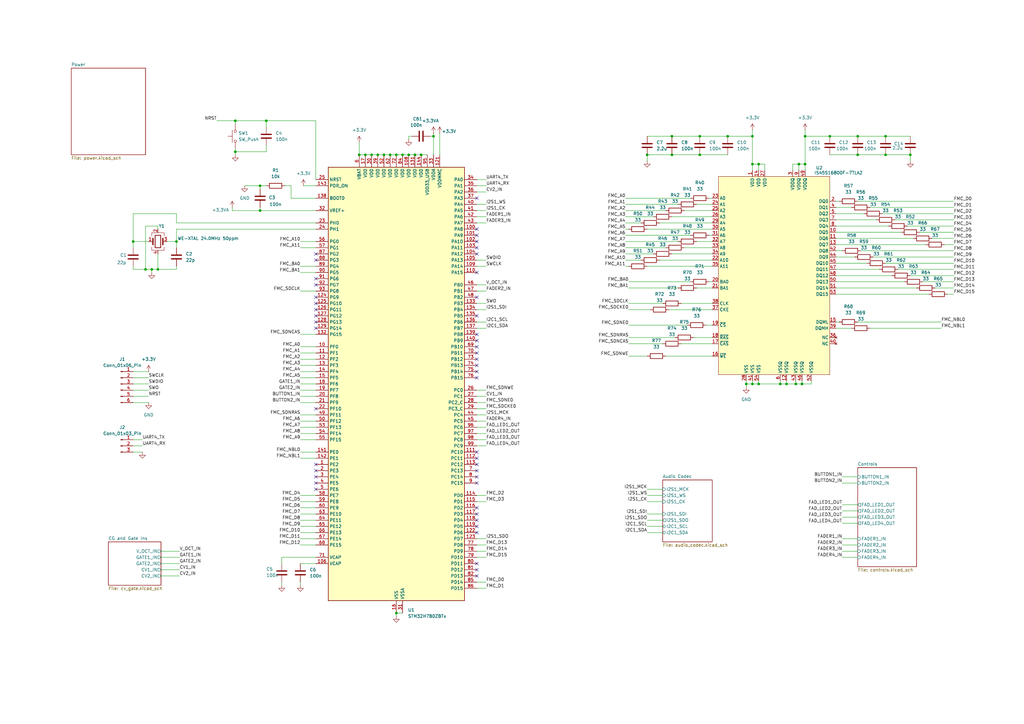
<source format=kicad_sch>
(kicad_sch (version 20231120) (generator "eeschema") (generator_version "8.0")
  (paper "A3")
  (junction (at 330.2 55.88))
  (junction (at 162.56 63.5))
  (junction (at 326.39 157.48))
  (junction (at 165.1 63.5))
  (junction (at 275.59 55.88))
  (junction (at 351.79 55.88))
  (junction (at 351.79 63.5))
  (junction (at 327.66 67.31))
  (junction (at 59.69 110.49))
  (junction (at 167.64 63.5))
  (junction (at 160.02 63.5))
  (junction (at 308.61 157.48))
  (junction (at 177.8 55.88))
  (junction (at 363.22 55.88))
  (junction (at 363.22 63.5))
  (junction (at 96.52 62.23))
  (junction (at 106.68 86.36))
  (junction (at 330.2 67.31))
  (junction (at 62.23 110.49))
  (junction (at 287.02 63.5))
  (junction (at 308.61 67.31))
  (junction (at 311.15 67.31))
  (junction (at 170.18 63.5))
  (junction (at 172.72 63.5))
  (junction (at 287.02 55.88))
  (junction (at 265.43 63.5))
  (junction (at 340.36 55.88))
  (junction (at 149.86 63.5))
  (junction (at 320.04 157.48))
  (junction (at 64.77 110.49))
  (junction (at 96.52 49.53))
  (junction (at 298.45 55.88))
  (junction (at 152.4 63.5))
  (junction (at 54.61 99.06))
  (junction (at 157.48 63.5))
  (junction (at 109.22 49.53))
  (junction (at 72.39 99.06))
  (junction (at 322.58 157.48))
  (junction (at 162.56 251.46))
  (junction (at 311.15 157.48))
  (junction (at 147.32 63.5))
  (junction (at 308.61 55.88))
  (junction (at 154.94 63.5))
  (junction (at 373.38 63.5))
  (junction (at 328.93 157.48))
  (junction (at 106.68 76.2))
  (junction (at 275.59 63.5))
  (junction (at 306.07 157.48))
  (no_connect (at 195.58 198.12))
  (no_connect (at 195.58 231.14))
  (no_connect (at 129.54 116.84))
  (no_connect (at 129.54 121.92))
  (no_connect (at 195.58 190.5))
  (no_connect (at 195.58 101.6))
  (no_connect (at 195.58 208.28))
  (no_connect (at 195.58 218.44))
  (no_connect (at 195.58 137.16))
  (no_connect (at 195.58 104.14))
  (no_connect (at 195.58 93.98))
  (no_connect (at 195.58 121.92))
  (no_connect (at 195.58 236.22))
  (no_connect (at 195.58 154.94))
  (no_connect (at 129.54 127))
  (no_connect (at 129.54 124.46))
  (no_connect (at 195.58 139.7))
  (no_connect (at 195.58 81.28))
  (no_connect (at 195.58 99.06))
  (no_connect (at 129.54 114.3))
  (no_connect (at 195.58 152.4))
  (no_connect (at 195.58 195.58))
  (no_connect (at 129.54 167.64))
  (no_connect (at 195.58 215.9))
  (no_connect (at 129.54 193.04))
  (no_connect (at 129.54 104.14))
  (no_connect (at 129.54 200.66))
  (no_connect (at 195.58 187.96))
  (no_connect (at 195.58 129.54))
  (no_connect (at 195.58 147.32))
  (no_connect (at 195.58 111.76))
  (no_connect (at 129.54 198.12))
  (no_connect (at 129.54 106.68))
  (no_connect (at 195.58 142.24))
  (no_connect (at 129.54 129.54))
  (no_connect (at 195.58 233.68))
  (no_connect (at 195.58 193.04))
  (no_connect (at 195.58 144.78))
  (no_connect (at 129.54 190.5))
  (no_connect (at 129.54 195.58))
  (no_connect (at 195.58 149.86))
  (no_connect (at 129.54 134.62))
  (no_connect (at 129.54 132.08))
  (no_connect (at 195.58 96.52))
  (no_connect (at 195.58 213.36))
  (no_connect (at 195.58 185.42))
  (no_connect (at 195.58 210.82))
  (wire (pts (xy 129.54 86.36) (xy 106.68 86.36)))
  (wire (pts (xy 54.61 152.4) (xy 60.96 152.4)))
  (wire (pts (xy 342.9 82.55) (xy 344.17 82.55)))
  (wire (pts (xy 257.81 146.05) (xy 265.43 146.05)))
  (wire (pts (xy 62.23 110.49) (xy 64.77 110.49)))
  (wire (pts (xy 256.54 86.36) (xy 273.05 86.36)))
  (wire (pts (xy 96.52 49.53) (xy 109.22 49.53)))
  (wire (pts (xy 342.9 120.65) (xy 381 120.65)))
  (wire (pts (xy 59.69 92.71) (xy 59.69 110.49)))
  (wire (pts (xy 157.48 63.5) (xy 160.02 63.5)))
  (wire (pts (xy 342.9 134.62) (xy 349.25 134.62)))
  (wire (pts (xy 298.45 55.88) (xy 308.61 55.88)))
  (wire (pts (xy 363.22 107.95) (xy 391.16 107.95)))
  (wire (pts (xy 342.9 85.09) (xy 349.25 85.09)))
  (wire (pts (xy 361.95 87.63) (xy 391.16 87.63)))
  (wire (pts (xy 123.19 238.76) (xy 123.19 240.03)))
  (wire (pts (xy 270.51 106.68) (xy 292.1 106.68)))
  (wire (pts (xy 123.19 177.8) (xy 129.54 177.8)))
  (wire (pts (xy 342.9 102.87) (xy 345.44 102.87)))
  (wire (pts (xy 308.61 156.21) (xy 308.61 157.48)))
  (wire (pts (xy 373.38 63.5) (xy 363.22 63.5)))
  (wire (pts (xy 123.19 215.9) (xy 129.54 215.9)))
  (wire (pts (xy 154.94 63.5) (xy 157.48 63.5)))
  (wire (pts (xy 195.58 78.74) (xy 199.39 78.74)))
  (wire (pts (xy 320.04 157.48) (xy 322.58 157.48)))
  (wire (pts (xy 342.9 113.03) (xy 365.76 113.03)))
  (wire (pts (xy 54.61 99.06) (xy 60.96 99.06)))
  (wire (pts (xy 388.62 120.65) (xy 391.16 120.65)))
  (wire (pts (xy 328.93 157.48) (xy 332.74 157.48)))
  (wire (pts (xy 88.9 49.53) (xy 96.52 49.53)))
  (wire (pts (xy 256.54 99.06) (xy 278.13 99.06)))
  (wire (pts (xy 308.61 67.31) (xy 308.61 69.85)))
  (wire (pts (xy 195.58 241.3) (xy 199.39 241.3)))
  (wire (pts (xy 170.18 63.5) (xy 172.72 63.5)))
  (wire (pts (xy 306.07 157.48) (xy 306.07 158.75)))
  (wire (pts (xy 195.58 88.9) (xy 199.39 88.9)))
  (wire (pts (xy 342.9 132.08) (xy 344.17 132.08)))
  (wire (pts (xy 195.58 116.84) (xy 199.39 116.84)))
  (wire (pts (xy 313.69 67.31) (xy 313.69 69.85)))
  (wire (pts (xy 123.19 208.28) (xy 129.54 208.28)))
  (wire (pts (xy 160.02 63.5) (xy 162.56 63.5)))
  (wire (pts (xy 54.61 87.63) (xy 54.61 99.06)))
  (wire (pts (xy 66.04 228.6) (xy 73.66 228.6)))
  (wire (pts (xy 115.57 238.76) (xy 115.57 240.03)))
  (wire (pts (xy 311.15 157.48) (xy 320.04 157.48)))
  (wire (pts (xy 54.61 162.56) (xy 60.96 162.56)))
  (wire (pts (xy 195.58 134.62) (xy 199.39 134.62)))
  (wire (pts (xy 285.75 118.11) (xy 292.1 118.11)))
  (wire (pts (xy 54.61 180.34) (xy 58.42 180.34)))
  (wire (pts (xy 195.58 167.64) (xy 199.39 167.64)))
  (wire (pts (xy 287.02 55.88) (xy 298.45 55.88)))
  (wire (pts (xy 322.58 156.21) (xy 322.58 157.48)))
  (wire (pts (xy 345.44 207.01) (xy 351.79 207.01)))
  (wire (pts (xy 342.9 115.57) (xy 370.84 115.57)))
  (wire (pts (xy 123.19 154.94) (xy 129.54 154.94)))
  (wire (pts (xy 72.39 110.49) (xy 72.39 109.22)))
  (wire (pts (xy 265.43 210.82) (xy 271.78 210.82)))
  (wire (pts (xy 265.43 63.5) (xy 265.43 66.04)))
  (wire (pts (xy 256.54 81.28) (xy 283.21 81.28)))
  (wire (pts (xy 109.22 76.2) (xy 106.68 76.2)))
  (wire (pts (xy 119.38 81.28) (xy 129.54 81.28)))
  (wire (pts (xy 96.52 63.5) (xy 96.52 62.23)))
  (wire (pts (xy 256.54 88.9) (xy 267.97 88.9)))
  (wire (pts (xy 257.81 124.46) (xy 271.78 124.46)))
  (wire (pts (xy 162.56 252.73) (xy 162.56 251.46)))
  (wire (pts (xy 279.4 124.46) (xy 292.1 124.46)))
  (wire (pts (xy 195.58 132.08) (xy 199.39 132.08)))
  (wire (pts (xy 195.58 109.22) (xy 199.39 109.22)))
  (wire (pts (xy 195.58 76.2) (xy 199.39 76.2)))
  (wire (pts (xy 106.68 76.2) (xy 100.33 76.2)))
  (wire (pts (xy 54.61 165.1) (xy 60.96 165.1)))
  (wire (pts (xy 308.61 55.88) (xy 308.61 67.31)))
  (wire (pts (xy 356.87 134.62) (xy 386.08 134.62)))
  (wire (pts (xy 265.43 205.74) (xy 271.78 205.74)))
  (wire (pts (xy 327.66 67.31) (xy 325.12 67.31)))
  (wire (pts (xy 106.68 86.36) (xy 95.25 86.36)))
  (wire (pts (xy 129.54 228.6) (xy 115.57 228.6)))
  (wire (pts (xy 123.19 144.78) (xy 129.54 144.78)))
  (wire (pts (xy 351.79 55.88) (xy 340.36 55.88)))
  (wire (pts (xy 66.04 231.14) (xy 73.66 231.14)))
  (wire (pts (xy 195.58 238.76) (xy 199.39 238.76)))
  (wire (pts (xy 377.19 95.25) (xy 391.16 95.25)))
  (wire (pts (xy 199.39 172.72) (xy 195.58 172.72)))
  (wire (pts (xy 180.34 54.61) (xy 180.34 63.5)))
  (wire (pts (xy 54.61 157.48) (xy 60.96 157.48)))
  (wire (pts (xy 116.84 76.2) (xy 119.38 76.2)))
  (wire (pts (xy 54.61 110.49) (xy 54.61 109.22)))
  (wire (pts (xy 123.19 165.1) (xy 129.54 165.1)))
  (wire (pts (xy 356.87 85.09) (xy 391.16 85.09)))
  (wire (pts (xy 345.44 195.58) (xy 351.79 195.58)))
  (wire (pts (xy 64.77 104.14) (xy 64.77 110.49)))
  (wire (pts (xy 280.67 86.36) (xy 292.1 86.36)))
  (wire (pts (xy 265.43 109.22) (xy 292.1 109.22)))
  (wire (pts (xy 308.61 67.31) (xy 311.15 67.31)))
  (wire (pts (xy 59.69 110.49) (xy 62.23 110.49)))
  (wire (pts (xy 72.39 91.44) (xy 129.54 91.44)))
  (wire (pts (xy 195.58 175.26) (xy 199.39 175.26)))
  (wire (pts (xy 123.19 142.24) (xy 129.54 142.24)))
  (wire (pts (xy 358.14 105.41) (xy 391.16 105.41)))
  (wire (pts (xy 147.32 58.42) (xy 147.32 63.5)))
  (wire (pts (xy 320.04 156.21) (xy 320.04 157.48)))
  (wire (pts (xy 54.61 110.49) (xy 59.69 110.49)))
  (wire (pts (xy 345.44 209.55) (xy 351.79 209.55)))
  (wire (pts (xy 62.23 110.49) (xy 62.23 111.76)))
  (wire (pts (xy 54.61 154.94) (xy 60.96 154.94)))
  (wire (pts (xy 199.39 119.38) (xy 195.58 119.38)))
  (wire (pts (xy 123.19 162.56) (xy 129.54 162.56)))
  (wire (pts (xy 123.19 220.98) (xy 129.54 220.98)))
  (wire (pts (xy 66.04 233.68) (xy 73.66 233.68)))
  (wire (pts (xy 345.44 214.63) (xy 351.79 214.63)))
  (wire (pts (xy 54.61 182.88) (xy 58.42 182.88)))
  (wire (pts (xy 256.54 106.68) (xy 262.89 106.68)))
  (wire (pts (xy 195.58 160.02) (xy 199.39 160.02)))
  (wire (pts (xy 280.67 101.6) (xy 292.1 101.6)))
  (wire (pts (xy 54.61 87.63) (xy 72.39 87.63)))
  (wire (pts (xy 123.19 187.96) (xy 129.54 187.96)))
  (wire (pts (xy 373.38 55.88) (xy 363.22 55.88)))
  (wire (pts (xy 256.54 83.82) (xy 278.13 83.82)))
  (wire (pts (xy 195.58 180.34) (xy 199.39 180.34)))
  (wire (pts (xy 172.72 63.5) (xy 175.26 63.5)))
  (wire (pts (xy 265.43 93.98) (xy 292.1 93.98)))
  (wire (pts (xy 257.81 140.97) (xy 271.78 140.97)))
  (wire (pts (xy 123.19 185.42) (xy 129.54 185.42)))
  (wire (pts (xy 123.19 149.86) (xy 129.54 149.86)))
  (wire (pts (xy 306.07 156.21) (xy 306.07 157.48)))
  (wire (pts (xy 275.59 104.14) (xy 292.1 104.14)))
  (wire (pts (xy 332.74 157.48) (xy 332.74 156.21)))
  (wire (pts (xy 306.07 157.48) (xy 308.61 157.48)))
  (wire (pts (xy 66.04 226.06) (xy 73.66 226.06)))
  (wire (pts (xy 327.66 67.31) (xy 327.66 69.85)))
  (wire (pts (xy 123.19 172.72) (xy 129.54 172.72)))
  (wire (pts (xy 265.43 218.44) (xy 271.78 218.44)))
  (wire (pts (xy 123.19 203.2) (xy 129.54 203.2)))
  (wire (pts (xy 72.39 87.63) (xy 72.39 91.44)))
  (wire (pts (xy 257.81 133.35) (xy 281.94 133.35)))
  (wire (pts (xy 162.56 63.5) (xy 165.1 63.5)))
  (wire (pts (xy 265.43 215.9) (xy 271.78 215.9)))
  (wire (pts (xy 54.61 101.6) (xy 54.61 99.06)))
  (wire (pts (xy 177.8 55.88) (xy 177.8 63.5)))
  (wire (pts (xy 256.54 96.52) (xy 283.21 96.52)))
  (wire (pts (xy 72.39 101.6) (xy 72.39 99.06)))
  (wire (pts (xy 265.43 55.88) (xy 275.59 55.88)))
  (wire (pts (xy 342.9 100.33) (xy 379.73 100.33)))
  (wire (pts (xy 195.58 205.74) (xy 199.39 205.74)))
  (wire (pts (xy 109.22 59.69) (xy 109.22 62.23)))
  (wire (pts (xy 167.64 63.5) (xy 170.18 63.5)))
  (wire (pts (xy 109.22 49.53) (xy 109.22 52.07)))
  (wire (pts (xy 383.54 118.11) (xy 391.16 118.11)))
  (wire (pts (xy 378.46 115.57) (xy 391.16 115.57)))
  (wire (pts (xy 275.59 55.88) (xy 287.02 55.88)))
  (wire (pts (xy 275.59 63.5) (xy 287.02 63.5)))
  (wire (pts (xy 109.22 49.53) (xy 129.54 49.53)))
  (wire (pts (xy 342.9 97.79) (xy 374.65 97.79)))
  (wire (pts (xy 152.4 63.5) (xy 154.94 63.5)))
  (wire (pts (xy 342.9 105.41) (xy 350.52 105.41)))
  (wire (pts (xy 367.03 90.17) (xy 391.16 90.17)))
  (wire (pts (xy 123.19 210.82) (xy 129.54 210.82)))
  (wire (pts (xy 256.54 101.6) (xy 273.05 101.6)))
  (wire (pts (xy 372.11 92.71) (xy 391.16 92.71)))
  (wire (pts (xy 256.54 91.44) (xy 262.89 91.44)))
  (wire (pts (xy 342.9 92.71) (xy 364.49 92.71)))
  (wire (pts (xy 273.05 146.05) (xy 292.1 146.05)))
  (wire (pts (xy 345.44 228.6) (xy 351.79 228.6)))
  (wire (pts (xy 66.04 236.22) (xy 73.66 236.22)))
  (wire (pts (xy 123.19 180.34) (xy 129.54 180.34)))
  (wire (pts (xy 115.57 228.6) (xy 115.57 231.14)))
  (wire (pts (xy 342.9 87.63) (xy 354.33 87.63)))
  (wire (pts (xy 328.93 156.21) (xy 328.93 157.48)))
  (wire (pts (xy 54.61 185.42) (xy 58.42 185.42)))
  (wire (pts (xy 123.19 223.52) (xy 129.54 223.52)))
  (wire (pts (xy 308.61 157.48) (xy 311.15 157.48)))
  (wire (pts (xy 345.44 220.98) (xy 351.79 220.98)))
  (wire (pts (xy 199.39 91.44) (xy 195.58 91.44)))
  (wire (pts (xy 340.36 55.88) (xy 330.2 55.88)))
  (wire (pts (xy 195.58 73.66) (xy 199.39 73.66)))
  (wire (pts (xy 123.19 111.76) (xy 129.54 111.76)))
  (wire (pts (xy 123.19 213.36) (xy 129.54 213.36)))
  (wire (pts (xy 123.19 231.14) (xy 129.54 231.14)))
  (wire (pts (xy 129.54 160.02) (xy 123.19 160.02)))
  (wire (pts (xy 119.38 76.2) (xy 119.38 81.28)))
  (wire (pts (xy 109.22 62.23) (xy 96.52 62.23)))
  (wire (pts (xy 195.58 226.06) (xy 199.39 226.06)))
  (wire (pts (xy 72.39 93.98) (xy 129.54 93.98)))
  (wire (pts (xy 177.8 54.61) (xy 177.8 55.88)))
  (wire (pts (xy 195.58 165.1) (xy 199.39 165.1)))
  (wire (pts (xy 290.83 96.52) (xy 292.1 96.52)))
  (wire (pts (xy 124.46 76.2) (xy 129.54 76.2)))
  (wire (pts (xy 311.15 67.31) (xy 313.69 67.31)))
  (wire (pts (xy 96.52 49.53) (xy 96.52 50.8)))
  (wire (pts (xy 330.2 69.85) (xy 330.2 67.31)))
  (wire (pts (xy 363.22 63.5) (xy 351.79 63.5)))
  (wire (pts (xy 165.1 63.5) (xy 167.64 63.5)))
  (wire (pts (xy 345.44 212.09) (xy 351.79 212.09)))
  (wire (pts (xy 342.9 107.95) (xy 355.6 107.95)))
  (wire (pts (xy 311.15 156.21) (xy 311.15 157.48)))
  (wire (pts (xy 123.19 175.26) (xy 129.54 175.26)))
  (wire (pts (xy 256.54 104.14) (xy 267.97 104.14)))
  (wire (pts (xy 287.02 63.5) (xy 298.45 63.5)))
  (wire (pts (xy 256.54 109.22) (xy 257.81 109.22)))
  (wire (pts (xy 274.32 127) (xy 292.1 127)))
  (wire (pts (xy 387.35 100.33) (xy 391.16 100.33)))
  (wire (pts (xy 162.56 251.46) (xy 165.1 251.46)))
  (wire (pts (xy 195.58 124.46) (xy 199.39 124.46)))
  (wire (pts (xy 147.32 63.5) (xy 149.86 63.5)))
  (wire (pts (xy 195.58 182.88) (xy 199.39 182.88)))
  (wire (pts (xy 195.58 83.82) (xy 199.39 83.82)))
  (wire (pts (xy 195.58 220.98) (xy 199.39 220.98)))
  (wire (pts (xy 326.39 157.48) (xy 328.93 157.48)))
  (wire (pts (xy 195.58 162.56) (xy 199.39 162.56)))
  (wire (pts (xy 279.4 140.97) (xy 292.1 140.97)))
  (wire (pts (xy 257.81 118.11) (xy 278.13 118.11)))
  (wire (pts (xy 96.52 60.96) (xy 96.52 62.23)))
  (wire (pts (xy 325.12 67.31) (xy 325.12 69.85)))
  (wire (pts (xy 123.19 109.22) (xy 129.54 109.22)))
  (wire (pts (xy 342.9 110.49) (xy 360.68 110.49)))
  (wire (pts (xy 106.68 85.09) (xy 106.68 86.36)))
  (wire (pts (xy 123.19 137.16) (xy 129.54 137.16)))
  (wire (pts (xy 265.43 213.36) (xy 271.78 213.36)))
  (wire (pts (xy 290.83 81.28) (xy 292.1 81.28)))
  (wire (pts (xy 195.58 177.8) (xy 199.39 177.8)))
  (wire (pts (xy 265.43 200.66) (xy 271.78 200.66)))
  (wire (pts (xy 64.77 92.71) (xy 64.77 93.98)))
  (wire (pts (xy 265.43 203.2) (xy 271.78 203.2)))
  (wire (pts (xy 351.79 82.55) (xy 391.16 82.55)))
  (wire (pts (xy 257.81 115.57) (xy 283.21 115.57)))
  (wire (pts (xy 68.58 99.06) (xy 72.39 99.06)))
  (wire (pts (xy 368.3 110.49) (xy 391.16 110.49)))
  (wire (pts (xy 382.27 97.79) (xy 391.16 97.79)))
  (wire (pts (xy 290.83 115.57) (xy 292.1 115.57)))
  (wire (pts (xy 195.58 127) (xy 199.39 127)))
  (wire (pts (xy 123.19 119.38) (xy 129.54 119.38)))
  (wire (pts (xy 345.44 198.12) (xy 351.79 198.12)))
  (wire (pts (xy 123.19 101.6) (xy 129.54 101.6)))
  (wire (pts (xy 330.2 67.31) (xy 327.66 67.31)))
  (wire (pts (xy 72.39 93.98) (xy 72.39 99.06)))
  (wire (pts (xy 353.06 102.87) (xy 391.16 102.87)))
  (wire (pts (xy 123.19 99.06) (xy 129.54 99.06)))
  (wire (pts (xy 285.75 99.06) (xy 292.1 99.06)))
  (wire (pts (xy 256.54 93.98) (xy 257.81 93.98)))
  (wire (pts (xy 123.19 205.74) (xy 129.54 205.74)))
  (wire (pts (xy 345.44 223.52) (xy 351.79 223.52)))
  (wire (pts (xy 176.53 55.88) (xy 177.8 55.88)))
  (wire (pts (xy 308.61 55.88) (xy 308.61 53.34)))
  (wire (pts (xy 289.56 133.35) (xy 292.1 133.35)))
  (wire (pts (xy 351.79 63.5) (xy 340.36 63.5)))
  (wire (pts (xy 345.44 226.06) (xy 351.79 226.06)))
  (wire (pts (xy 373.38 63.5) (xy 373.38 66.04)))
  (wire (pts (xy 195.58 203.2) (xy 199.39 203.2)))
  (wire (pts (xy 167.64 55.88) (xy 168.91 55.88)))
  (wire (pts (xy 195.58 228.6) (xy 199.39 228.6)))
  (wire (pts (xy 54.61 160.02) (xy 60.96 160.02)))
  (wire (pts (xy 322.58 157.48) (xy 326.39 157.48)))
  (wire (pts (xy 311.15 67.31) (xy 311.15 69.85)))
  (wire (pts (xy 373.38 113.03) (xy 391.16 113.03)))
  (wire (pts (xy 95.25 85.09) (xy 95.25 86.36)))
  (wire (pts (xy 195.58 106.68) (xy 199.39 106.68)))
  (wire (pts (xy 64.77 92.71) (xy 59.69 92.71)))
  (wire (pts (xy 123.19 170.18) (xy 129.54 170.18)))
  (wire (pts (xy 195.58 86.36) (xy 199.39 86.36)))
  (wire (pts (xy 285.75 83.82) (xy 292.1 83.82)))
  (wire (pts (xy 284.48 138.43) (xy 292.1 138.43)))
  (wire (pts (xy 123.19 152.4) (xy 129.54 152.4)))
  (wire (pts (xy 265.43 63.5) (xy 275.59 63.5)))
  (wire (pts (xy 270.51 91.44) (xy 292.1 91.44)))
  (wire (pts (xy 149.86 63.5) (xy 152.4 63.5)))
  (wire (pts (xy 342.9 95.25) (xy 369.57 95.25)))
  (wire (pts (xy 64.77 110.49) (xy 72.39 110.49)))
  (wire (pts (xy 123.19 218.44) (xy 129.54 218.44)))
  (wire (pts (xy 195.58 170.18) (xy 199.39 170.18)))
  (wire (pts (xy 123.19 147.32) (xy 129.54 147.32)))
  (wire (pts (xy 195.58 223.52) (xy 199.39 223.52)))
  (wire (pts (xy 129.54 49.53) (xy 129.54 73.66)))
  (wire (pts (xy 342.9 118.11) (xy 375.92 118.11)))
  (wire (pts (xy 275.59 88.9) (xy 292.1 88.9)))
  (wire (pts (xy 351.79 132.08) (xy 386.08 132.08)))
  (wire (pts (xy 167.64 57.15) (xy 167.64 55.88)))
  (wire (pts (xy 330.2 55.88) (xy 330.2 53.34)))
  (wire (pts (xy 257.81 127) (xy 266.7 127)))
  (wire (pts (xy 363.22 55.88) (xy 351.79 55.88)))
  (wire (pts (xy 330.2 55.88) (xy 330.2 67.31)))
  (wire (pts (xy 342.9 90.17) (xy 359.41 90.17)))
  (wire (pts (xy 326.39 156.21) (xy 326.39 157.48)))
  (wire (pts (xy 129.54 157.48) (xy 123.19 157.48)))
  (wire (pts (xy 106.68 77.47) (xy 106.68 76.2)))
  (wire (pts (xy 257.81 138.43) (xy 276.86 138.43)))
  (label "FADER1_IN" (at 345.44 220.98 180))
  (label "FMC_SDNCAS" (at 257.81 140.97 180))
  (label "FMC_NBL0" (at 123.19 185.42 180))
  (label "I2C1_SCL" (at 199.39 132.08 0))
  (label "FMC_A2" (at 256.54 86.36 180))
  (label "CV2_IN" (at 73.66 236.22 0))
  (label "FMC_A8" (at 256.54 101.6 180))
  (label "UART4_TX" (at 58.42 180.34 0))
  (label "I2S1_WS" (at 265.43 203.2 180))
  (label "UART4_RX" (at 199.39 76.2 0))
  (label "BUTTON1_IN" (at 123.19 162.56 180))
  (label "CV1_IN" (at 199.39 162.56 0))
  (label "FMC_D11" (at 123.19 220.98 180))
  (label "FMC_D5" (at 123.19 205.74 180))
  (label "FADER1_IN" (at 199.39 88.9 0))
  (label "FMC_A5" (at 256.54 93.98 180))
  (label "FMC_A0" (at 123.19 142.24 180))
  (label "FADER4_IN" (at 199.39 172.72 0))
  (label "I2S1_MCK" (at 199.39 170.18 0))
  (label "SWO" (at 199.39 124.46 0))
  (label "FMC_D2" (at 391.16 87.63 0))
  (label "FMC_A3" (at 123.19 149.86 180))
  (label "FMC_A10" (at 123.19 99.06 180))
  (label "FAD_LED3_OUT" (at 199.39 180.34 0))
  (label "FAD_LED1_OUT" (at 345.44 207.01 180))
  (label "FMC_D4" (at 391.16 92.71 0))
  (label "FMC_D9" (at 123.19 215.9 180))
  (label "FMC_SDCLK" (at 123.19 119.38 180))
  (label "SWCLK" (at 199.39 109.22 0))
  (label "NRST" (at 60.96 162.56 0))
  (label "FMC_D13" (at 199.39 223.52 0))
  (label "FMC_D10" (at 391.16 107.95 0))
  (label "FMC_D4" (at 123.19 203.2 180))
  (label "FMC_A2" (at 123.19 147.32 180))
  (label "FMC_A1" (at 256.54 83.82 180))
  (label "FMC_A6" (at 256.54 96.52 180))
  (label "FMC_BA0" (at 123.19 109.22 180))
  (label "FMC_A9" (at 256.54 104.14 180))
  (label "FMC_D6" (at 123.19 208.28 180))
  (label "FAD_LED1_OUT" (at 199.39 175.26 0))
  (label "BUTTON2_IN" (at 345.44 198.12 180))
  (label "SWCLK" (at 60.96 154.94 0))
  (label "I2S1_SDO" (at 199.39 220.98 0))
  (label "FMC_SDNWE" (at 257.81 146.05 180))
  (label "UART4_TX" (at 199.39 73.66 0))
  (label "FMC_D6" (at 391.16 97.79 0))
  (label "I2C1_SDA" (at 199.39 134.62 0))
  (label "FMC_D7" (at 123.19 210.82 180))
  (label "FMC_D3" (at 391.16 90.17 0))
  (label "FMC_D9" (at 391.16 105.41 0))
  (label "SWDIO" (at 60.96 157.48 0))
  (label "FMC_D12" (at 123.19 223.52 180))
  (label "FMC_NBL0" (at 386.08 132.08 0))
  (label "FMC_D5" (at 391.16 95.25 0))
  (label "FMC_D12" (at 391.16 113.03 0))
  (label "FMC_SDNRAS" (at 123.19 170.18 180))
  (label "FMC_A10" (at 256.54 106.68 180))
  (label "BUTTON1_IN" (at 345.44 195.58 180))
  (label "GATE2_IN" (at 123.19 160.02 180))
  (label "FMC_A5" (at 123.19 154.94 180))
  (label "FMC_A8" (at 123.19 177.8 180))
  (label "GATE1_IN" (at 73.66 228.6 0))
  (label "FMC_D2" (at 199.39 203.2 0))
  (label "FMC_SDCKE0" (at 257.81 127 180))
  (label "FMC_D10" (at 123.19 218.44 180))
  (label "NRST" (at 88.9 49.53 180))
  (label "FMC_D8" (at 391.16 102.87 0))
  (label "GATE2_IN" (at 73.66 231.14 0))
  (label "FADER3_IN" (at 345.44 226.06 180))
  (label "UART4_RX" (at 58.42 182.88 0))
  (label "FMC_A4" (at 256.54 91.44 180))
  (label "FMC_D7" (at 391.16 100.33 0))
  (label "I2S1_SDI" (at 265.43 210.82 180))
  (label "FMC_D0" (at 391.16 82.55 0))
  (label "FADER3_IN" (at 199.39 91.44 0))
  (label "FMC_D11" (at 391.16 110.49 0))
  (label "FMC_D3" (at 199.39 205.74 0))
  (label "FMC_D1" (at 199.39 241.3 0))
  (label "FMC_SDCKE0" (at 199.39 167.64 0))
  (label "FAD_LED3_OUT" (at 345.44 212.09 180))
  (label "FMC_D15" (at 199.39 228.6 0))
  (label "FMC_A7" (at 123.19 175.26 180))
  (label "FMC_BA1" (at 257.81 118.11 180))
  (label "FMC_SDCLK" (at 257.81 124.46 180))
  (label "FMC_BA0" (at 257.81 115.57 180))
  (label "I2S1_SDO" (at 265.43 213.36 180))
  (label "FMC_NBL1" (at 386.08 134.62 0))
  (label "FADER2_IN" (at 345.44 223.52 180))
  (label "FMC_SDNWE" (at 199.39 160.02 0))
  (label "GATE1_IN" (at 123.19 157.48 180))
  (label "V_OCT_IN" (at 199.39 116.84 0))
  (label "FMC_A4" (at 123.19 152.4 180))
  (label "FADER4_IN" (at 345.44 228.6 180))
  (label "FMC_SDNE0" (at 257.81 133.35 180))
  (label "I2S1_CK" (at 199.39 86.36 0))
  (label "FMC_A11" (at 256.54 109.22 180))
  (label "SWDIO" (at 199.39 106.68 0))
  (label "FMC_SDNE0" (at 199.39 165.1 0))
  (label "I2S1_SDI" (at 199.39 127 0))
  (label "SWO" (at 60.96 160.02 0))
  (label "FMC_D1" (at 391.16 85.09 0))
  (label "FMC_A6" (at 123.19 172.72 180))
  (label "BUTTON2_IN" (at 123.19 165.1 180))
  (label "FAD_LED2_OUT" (at 199.39 177.8 0))
  (label "I2C1_SDA" (at 265.43 218.44 180))
  (label "FMC_A0" (at 256.54 81.28 180))
  (label "FMC_D13" (at 391.16 115.57 0))
  (label "FMC_D0" (at 199.39 238.76 0))
  (label "FMC_D15" (at 391.16 120.65 0))
  (label "I2C1_SCL" (at 265.43 215.9 180))
  (label "CV1_IN" (at 73.66 233.68 0))
  (label "FMC_A9" (at 123.19 180.34 180))
  (label "FAD_LED4_OUT" (at 345.44 214.63 180))
  (label "FAD_LED2_OUT" (at 345.44 209.55 180))
  (label "FMC_D8" (at 123.19 213.36 180))
  (label "FMC_SDNRAS" (at 257.81 138.43 180))
  (label "CV2_IN" (at 199.39 78.74 0))
  (label "I2S1_WS" (at 199.39 83.82 0))
  (label "FMC_A11" (at 123.19 101.6 180))
  (label "FMC_A3" (at 256.54 88.9 180))
  (label "FAD_LED4_OUT" (at 199.39 182.88 0))
  (label "FMC_A1" (at 123.19 144.78 180))
  (label "FMC_BA1" (at 123.19 111.76 180))
  (label "FMC_SDNCAS" (at 123.19 137.16 180))
  (label "FMC_NBL1" (at 123.19 187.96 180))
  (label "FMC_A7" (at 256.54 99.06 180))
  (label "FMC_D14" (at 391.16 118.11 0))
  (label "V_OCT_IN" (at 73.66 226.06 0))
  (label "I2S1_CK" (at 265.43 205.74 180))
  (label "FMC_D14" (at 199.39 226.06 0))
  (label "FADER2_IN" (at 199.39 119.38 0))
  (label "I2S1_MCK" (at 265.43 200.66 180))
  (symbol (lib_id "Device:R") (at 353.06 134.62 270) (mirror x) (unit 1)
    (property "Reference" "R69" (at 353.06 128.27 90))
    (property "Value" "33" (at 353.06 130.81 90))
    (property "Footprint" "Resistor_SMD:R_0603_1608Metric_Pad0.98x0.95mm_HandSolder" (effects (hide yes)))
    (property "Description" "Resistor" (effects (hide yes)))
    (property "Manufacturer_Name" "Susumu" (effects (hide yes)))
    (property "Manufacturer_Part_Number" "RR0510R-330-D" (effects (hide yes)))
    (property "Mouser Part Number" "754-RR0510R-330D" (effects (hide yes)))
  )
  (symbol (lib_id "Device:R") (at 359.41 107.95 270) (mirror x) (unit 1)
    (property "Reference" "R60" (at 359.41 101.6 90))
    (property "Value" "33" (at 359.41 104.14 90))
    (property "Footprint" "Resistor_SMD:R_0603_1608Metric_Pad0.98x0.95mm_HandSolder" (effects (hide yes)))
    (property "Description" "Resistor" (effects (hide yes)))
    (property "Manufacturer_Name" "Susumu" (effects (hide yes)))
    (property "Manufacturer_Part_Number" "RR0510R-330-D" (effects (hide yes)))
    (property "Mouser Part Number" "754-RR0510R-330D" (effects (hide yes)))
  )
  (symbol (lib_id "power:+3.3V") (at 308.61 53.34 0) (unit 1)
    (property "Reference" "#PWR017" (effects (hide yes)))
    (property "Value" "+3.3V" (at 308.61 48.26 0))
    (property "Description" "Power symbol creates a global label with name \"+3.3V\"" (effects (hide yes)))
  )
  (symbol (lib_id "Device:R") (at 287.02 115.57 90) (unit 1)
    (property "Reference" "R71" (at 287.02 109.22 90))
    (property "Value" "33" (at 287.02 111.76 90))
    (property "Footprint" "Resistor_SMD:R_0603_1608Metric_Pad0.98x0.95mm_HandSolder" (effects (hide yes)))
    (property "Description" "Resistor" (effects (hide yes)))
    (property "Manufacturer_Name" "Susumu" (effects (hide yes)))
    (property "Manufacturer_Part_Number" "RR0510R-330-D" (effects (hide yes)))
    (property "Mouser Part Number" "754-RR0510R-330D" (effects (hide yes)))
  )
  (symbol (lib_id "Device:C") (at 373.38 59.69 0) (mirror y) (unit 1)
    (property "Reference" "C14" (at 370.586 58.928 0) (effects (justify left)))
    (property "Value" "2.2u" (at 370.332 60.706 0) (effects (justify left)))
    (property "Footprint" "Capacitor_SMD:C_0603_1608Metric" (effects (hide yes)))
    (property "Description" "Unpolarized capacitor" (effects (hide yes)))
    (property "Manufacturer_Name" "Samsung Electro-Mechanics " (effects (hide yes)))
    (property "Manufacturer_Part_Number" "CL10A225KP8NNWC " (effects (hide yes)))
    (property "Mouser Part Number" "187-CL10A225KP8NNWC " (effects (hide yes)))
  )
  (symbol (lib_id "Device:R") (at 363.22 90.17 270) (mirror x) (unit 1)
    (property "Reference" "R54" (at 363.22 83.82 90))
    (property "Value" "33" (at 363.22 86.36 90))
    (property "Footprint" "Resistor_SMD:R_0603_1608Metric_Pad0.98x0.95mm_HandSolder" (effects (hide yes)))
    (property "Description" "Resistor" (effects (hide yes)))
    (property "Manufacturer_Name" "Susumu" (effects (hide yes)))
    (property "Manufacturer_Part_Number" "RR0510R-330-D" (effects (hide yes)))
    (property "Mouser Part Number" "754-RR0510R-330D" (effects (hide yes)))
  )
  (symbol (lib_id "Device:R") (at 281.94 83.82 90) (unit 1)
    (property "Reference" "R41" (at 281.94 77.47 90))
    (property "Value" "33" (at 281.94 80.01 90))
    (property "Footprint" "Resistor_SMD:R_0603_1608Metric_Pad0.98x0.95mm_HandSolder" (effects (hide yes)))
    (property "Description" "Resistor" (effects (hide yes)))
    (property "Manufacturer_Name" "Susumu" (effects (hide yes)))
    (property "Manufacturer_Part_Number" "RR0510R-330-D" (effects (hide yes)))
    (property "Mouser Part Number" "754-RR0510R-330D" (effects (hide yes)))
  )
  (symbol (lib_id "Device:R") (at 383.54 100.33 270) (mirror x) (unit 1)
    (property "Reference" "R67" (at 383.54 93.98 90))
    (property "Value" "33" (at 383.54 96.52 90))
    (property "Footprint" "Resistor_SMD:R_0603_1608Metric_Pad0.98x0.95mm_HandSolder" (effects (hide yes)))
    (property "Description" "Resistor" (effects (hide yes)))
    (property "Manufacturer_Name" "Susumu" (effects (hide yes)))
    (property "Manufacturer_Part_Number" "RR0510R-330-D" (effects (hide yes)))
    (property "Mouser Part Number" "754-RR0510R-330D" (effects (hide yes)))
  )
  (symbol (lib_id "Device:R") (at 349.25 102.87 270) (mirror x) (unit 1)
    (property "Reference" "R58" (at 349.25 96.52 90))
    (property "Value" "33" (at 349.25 99.06 90))
    (property "Footprint" "Resistor_SMD:R_0603_1608Metric_Pad0.98x0.95mm_HandSolder" (effects (hide yes)))
    (property "Description" "Resistor" (effects (hide yes)))
    (property "Manufacturer_Name" "Susumu" (effects (hide yes)))
    (property "Manufacturer_Part_Number" "RR0510R-330-D" (effects (hide yes)))
    (property "Mouser Part Number" "754-RR0510R-330D" (effects (hide yes)))
  )
  (symbol (lib_id "Device:R") (at 275.59 124.46 90) (unit 1)
    (property "Reference" "R73" (at 275.59 118.11 90))
    (property "Value" "33" (at 275.59 120.65 90))
    (property "Footprint" "Resistor_SMD:R_0603_1608Metric_Pad0.98x0.95mm_HandSolder" (effects (hide yes)))
    (property "Description" "Resistor" (effects (hide yes)))
    (property "Manufacturer_Name" "Susumu" (effects (hide yes)))
    (property "Manufacturer_Part_Number" "RR0510R-330-D" (effects (hide yes)))
    (property "Mouser Part Number" "754-RR0510R-330D" (effects (hide yes)))
  )
  (symbol (lib_id "Device:Crystal_GND24") (at 64.77 99.06 0) (unit 1)
    (property "Reference" "Y1" (at 66.294 92.71 0))
    (property "Value" "WE-XTAL 24.0MHz 50ppm" (at 85.344 97.79 0))
    (property "Footprint" "Crystal:Crystal_SMD_3225-4Pin_3.2x2.5mm_HandSoldering" (effects (hide yes)))
    (property "Description" "Four pin crystal, GND on pins 2 and 4" (effects (hide yes)))
    (property "Manufacturer_Name" "Wurth Elektronik" (effects (hide yes)))
    (property "Manufacturer_Part_Number" "830064703 " (effects (hide yes)))
    (property "Mouser Part Number" " 710-830064703" (effects (hide yes)))
  )
  (symbol (lib_id "power:GND") (at 265.43 66.04 0) (unit 1)
    (property "Reference" "#PWR015" (effects (hide yes)))
    (property "Value" "GND" (effects (hide yes)))
    (property "Description" "Power symbol creates a global label with name \"GND\" , ground" (effects (hide yes)))
  )
  (symbol (lib_id "Device:R") (at 269.24 146.05 90) (unit 1)
    (property "Reference" "R77" (at 269.24 139.7 90))
    (property "Value" "33" (at 269.24 142.24 90))
    (property "Footprint" "Resistor_SMD:R_0603_1608Metric_Pad0.98x0.95mm_HandSolder" (effects (hide yes)))
    (property "Description" "Resistor" (effects (hide yes)))
    (property "Manufacturer_Name" "Susumu" (effects (hide yes)))
    (property "Manufacturer_Part_Number" "RR0510R-330-D" (effects (hide yes)))
    (property "Mouser Part Number" "754-RR0510R-330D" (effects (hide yes)))
  )
  (symbol (lib_id "Device:R") (at 280.67 138.43 90) (unit 1)
    (property "Reference" "R75" (at 280.67 132.08 90))
    (property "Value" "33" (at 280.67 134.62 90))
    (property "Footprint" "Resistor_SMD:R_0603_1608Metric_Pad0.98x0.95mm_HandSolder" (effects (hide yes)))
    (property "Description" "Resistor" (effects (hide yes)))
    (property "Manufacturer_Name" "Susumu" (effects (hide yes)))
    (property "Manufacturer_Part_Number" "RR0510R-330-D" (effects (hide yes)))
    (property "Mouser Part Number" "754-RR0510R-330D" (effects (hide yes)))
  )
  (symbol (lib_id "Device:R") (at 276.86 86.36 90) (unit 1)
    (property "Reference" "R42" (at 276.86 80.01 90))
    (property "Value" "33" (at 276.86 82.55 90))
    (property "Footprint" "Resistor_SMD:R_0603_1608Metric_Pad0.98x0.95mm_HandSolder" (effects (hide yes)))
    (property "Description" "Resistor" (effects (hide yes)))
    (property "Manufacturer_Name" "Susumu" (effects (hide yes)))
    (property "Manufacturer_Part_Number" "RR0510R-330-D" (effects (hide yes)))
    (property "Mouser Part Number" "754-RR0510R-330D" (effects (hide yes)))
  )
  (symbol (lib_id "power:GND") (at 58.42 185.42 0) (unit 1)
    (property "Reference" "#PWR01" (effects (hide yes)))
    (property "Value" "GND" (effects (hide yes)))
    (property "Description" "Power symbol creates a global label with name \"GND\" , ground" (effects (hide yes)))
  )
  (symbol (lib_id "power:+3.3V") (at 147.32 58.42 0) (unit 1)
    (property "Reference" "#PWR011" (effects (hide yes)))
    (property "Value" "+3.3V" (at 147.32 53.34 0))
    (property "Description" "Power symbol creates a global label with name \"+3.3V\"" (effects (hide yes)))
  )
  (symbol (lib_id "Device:R") (at 364.49 110.49 270) (mirror x) (unit 1)
    (property "Reference" "R61" (at 364.49 104.14 90))
    (property "Value" "33" (at 364.49 106.68 90))
    (property "Footprint" "Resistor_SMD:R_0603_1608Metric_Pad0.98x0.95mm_HandSolder" (effects (hide yes)))
    (property "Description" "Resistor" (effects (hide yes)))
    (property "Manufacturer_Name" "Susumu" (effects (hide yes)))
    (property "Manufacturer_Part_Number" "RR0510R-330-D" (effects (hide yes)))
    (property "Mouser Part Number" "754-RR0510R-330D" (effects (hide yes)))
  )
  (symbol (lib_id "Device:C") (at 106.68 81.28 0) (unit 1)
    (property "Reference" "C3" (at 110.236 81.026 0) (effects (justify left)))
    (property "Value" "100n" (at 110.49 83.82 0) (effects (justify left)))
    (property "Footprint" "Capacitor_SMD:C_0603_1608Metric" (effects (hide yes)))
    (property "Description" "Unpolarized capacitor" (effects (hide yes)))
    (property "Manufacturer_Name" "KYOCERA AVX " (effects (hide yes)))
    (property "Manufacturer_Part_Number" "KAF15BR72A104KT" (effects (hide yes)))
    (property "Mouser Part Number" "581-KAF15BR72A104KT" (effects (hide yes)))
  )
  (symbol (lib_id "power:GND") (at 60.96 165.1 0) (unit 1)
    (property "Reference" "#PWR03" (effects (hide yes)))
    (property "Value" "GND" (at 60.96 170.18 0))
    (property "Description" "Power symbol creates a global label with name \"GND\" , ground" (effects (hide yes)))
  )
  (symbol (lib_id "Device:R") (at 276.86 101.6 90) (unit 1)
    (property "Reference" "R47" (at 276.86 95.25 90))
    (property "Value" "33" (at 276.86 97.79 90))
    (property "Footprint" "Resistor_SMD:R_0603_1608Metric_Pad0.98x0.95mm_HandSolder" (effects (hide yes)))
    (property "Description" "Resistor" (effects (hide yes)))
    (property "Manufacturer_Name" "Susumu" (effects (hide yes)))
    (property "Manufacturer_Part_Number" "RR0510R-330-D" (effects (hide yes)))
    (property "Mouser Part Number" "754-RR0510R-330D" (effects (hide yes)))
  )
  (symbol (lib_id "power:GND") (at 96.52 63.5 0) (unit 1)
    (property "Reference" "#PWR06" (effects (hide yes)))
    (property "Value" "GND" (effects (hide yes)))
    (property "Description" "Power symbol creates a global label with name \"GND\" , ground" (effects (hide yes)))
  )
  (symbol (lib_id "power:GND") (at 123.19 240.03 0) (unit 1)
    (property "Reference" "#PWR09" (effects (hide yes)))
    (property "Value" "GND" (effects (hide yes)))
    (property "Description" "Power symbol creates a global label with name \"GND\" , ground" (effects (hide yes)))
  )
  (symbol (lib_id "Device:C") (at 72.39 105.41 0) (unit 1)
    (property "Reference" "C2" (at 76.2 104.1399 0) (effects (justify left)))
    (property "Value" "22p" (at 76.2 106.6799 0) (effects (justify left)))
    (property "Footprint" "Capacitor_SMD:C_0603_1608Metric" (effects (hide yes)))
    (property "Description" "Unpolarized capacitor" (effects (hide yes)))
    (property "Manufacturer_Name" "KEMET " (effects (hide yes)))
    (property "Manufacturer_Part_Number" " C0603C220J1GACTU" (effects (hide yes)))
    (property "Mouser Part Number" " 80-C0603C220J1G" (effects (hide yes)))
  )
  (symbol (lib_id "Device:R") (at 373.38 95.25 270) (mirror x) (unit 1)
    (property "Reference" "R52" (at 373.38 88.9 90))
    (property "Value" "33" (at 373.38 91.44 90))
    (property "Footprint" "Resistor_SMD:R_0603_1608Metric_Pad0.98x0.95mm_HandSolder" (effects (hide yes)))
    (property "Description" "Resistor" (effects (hide yes)))
    (property "Manufacturer_Name" "Susumu" (effects (hide yes)))
    (property "Manufacturer_Part_Number" "RR0510R-330-D" (effects (hide yes)))
    (property "Mouser Part Number" "754-RR0510R-330D" (effects (hide yes)))
  )
  (symbol (lib_id "Device:C") (at 109.22 55.88 0) (unit 1)
    (property "Reference" "C4" (at 113.03 54.6099 0) (effects (justify left)))
    (property "Value" "100n" (at 113.03 57.1499 0) (effects (justify left)))
    (property "Footprint" "Capacitor_SMD:C_0603_1608Metric" (effects (hide yes)))
    (property "Description" "Unpolarized capacitor" (effects (hide yes)))
    (property "Manufacturer_Name" "KYOCERA AVX " (effects (hide yes)))
    (property "Manufacturer_Part_Number" "KAF15BR72A104KT" (effects (hide yes)))
    (property "Mouser Part Number" "581-KAF15BR72A104KT" (effects (hide yes)))
  )
  (symbol (lib_id "Device:R") (at 281.94 99.06 90) (unit 1)
    (property "Reference" "R48" (at 281.94 92.71 90))
    (property "Value" "33" (at 281.94 95.25 90))
    (property "Footprint" "Resistor_SMD:R_0603_1608Metric_Pad0.98x0.95mm_HandSolder" (effects (hide yes)))
    (property "Description" "Resistor" (effects (hide yes)))
    (property "Manufacturer_Name" "Susumu" (effects (hide yes)))
    (property "Manufacturer_Part_Number" "RR0510R-330-D" (effects (hide yes)))
    (property "Mouser Part Number" "754-RR0510R-330D" (effects (hide yes)))
  )
  (symbol (lib_id "Device:C") (at 54.61 105.41 0) (unit 1)
    (property "Reference" "C1" (at 49.276 104.648 0) (effects (justify left)))
    (property "Value" "22p" (at 48.006 107.696 0) (effects (justify left)))
    (property "Footprint" "Capacitor_SMD:C_0603_1608Metric" (effects (hide yes)))
    (property "Description" "Unpolarized capacitor" (effects (hide yes)))
    (property "Manufacturer_Name" "KEMET " (effects (hide yes)))
    (property "Manufacturer_Part_Number" " C0603C220J1GACTU" (effects (hide yes)))
    (property "Mouser Part Number" " 80-C0603C220J1G" (effects (hide yes)))
  )
  (symbol (lib_id "Device:R") (at 275.59 140.97 90) (unit 1)
    (property "Reference" "R74" (at 275.59 134.62 90))
    (property "Value" "33" (at 275.59 137.16 90))
    (property "Footprint" "Resistor_SMD:R_0603_1608Metric_Pad0.98x0.95mm_HandSolder" (effects (hide yes)))
    (property "Description" "Resistor" (effects (hide yes)))
    (property "Manufacturer_Name" "Susumu" (effects (hide yes)))
    (property "Manufacturer_Part_Number" "RR0510R-330-D" (effects (hide yes)))
    (property "Mouser Part Number" "754-RR0510R-330D" (effects (hide yes)))
  )
  (symbol (lib_id "Eurorack_components:IS45S16800F-7TLA2") (at 317.5 111.76 0) (unit 1)
    (property "Reference" "U2" (at 336.042 68.834 0))
    (property "Value" "IS45S16800F-7TLA2" (at 343.916 70.866 0))
    (property "Footprint" "Eurorack:SOP80P1176X120-54N" (effects (hide yes)))
    (property "Datasheet" "https://eu.mouser.com/datasheet/2/198/42_45S81600F_16800F-258526.pdf" (effects (hide yes)))
    (property "Description" "128MBit SDRAM 2M x16 x4 Banks" (effects (hide yes)))
    (property "Manufacturer_Name" "ISSI " (effects (hide yes)))
    (property "Manufacturer_Part_Number" "IS45S16800F-7TLA2" (effects (hide yes)))
    (property "Mouser Part Number" " 870-IS45S16800F7TLA2" (effects (hide yes)))
  )
  (symbol (lib_id "Device:R") (at 369.57 113.03 270) (mirror x) (unit 1)
    (property "Reference" "R62" (at 369.57 106.68 90))
    (property "Value" "33" (at 369.57 109.22 90))
    (property "Footprint" "Resistor_SMD:R_0603_1608Metric_Pad0.98x0.95mm_HandSolder" (effects (hide yes)))
    (property "Description" "Resistor" (effects (hide yes)))
    (property "Manufacturer_Name" "Susumu" (effects (hide yes)))
    (property "Manufacturer_Part_Number" "RR0510R-330-D" (effects (hide yes)))
    (property "Mouser Part Number" "754-RR0510R-330D" (effects (hide yes)))
  )
  (symbol (lib_id "power:GND") (at 162.56 252.73 0) (unit 1)
    (property "Reference" "#PWR012" (effects (hide yes)))
    (property "Value" "GND" (effects (hide yes)))
    (property "Description" "Power symbol creates a global label with name \"GND\" , ground" (effects (hide yes)))
  )
  (symbol (lib_id "power:GND") (at 62.23 111.76 0) (unit 1)
    (property "Reference" "#PWR04" (effects (hide yes)))
    (property "Value" "GND" (effects (hide yes)))
    (property "Description" "Power symbol creates a global label with name \"GND\" , ground" (effects (hide yes)))
  )
  (symbol (lib_id "power:GND") (at 373.38 66.04 0) (mirror y) (unit 1)
    (property "Reference" "#PWR019" (effects (hide yes)))
    (property "Value" "GND" (effects (hide yes)))
    (property "Description" "Power symbol creates a global label with name \"GND\" , ground" (effects (hide yes)))
  )
  (symbol (lib_id "Device:R") (at 287.02 96.52 90) (unit 1)
    (property "Reference" "R49" (at 287.02 90.17 90))
    (property "Value" "33" (at 287.02 92.71 90))
    (property "Footprint" "Resistor_SMD:R_0603_1608Metric_Pad0.98x0.95mm_HandSolder" (effects (hide yes)))
    (property "Description" "Resistor" (effects (hide yes)))
    (property "Manufacturer_Name" "Susumu" (effects (hide yes)))
    (property "Manufacturer_Part_Number" "RR0510R-330-D" (effects (hide yes)))
    (property "Mouser Part Number" "754-RR0510R-330D" (effects (hide yes)))
  )
  (symbol (lib_id "power:+3.3VA") (at 95.25 85.09 0) (unit 1)
    (property "Reference" "#PWR05" (effects (hide yes)))
    (property "Value" "+3.3VA" (at 90.424 86.106 0))
    (property "Description" "Power symbol creates a global label with name \"+3.3VA\"" (effects (hide yes)))
  )
  (symbol (lib_id "Device:C") (at 287.02 59.69 0) (unit 1)
    (property "Reference" "C9" (at 290.83 58.4199 0) (effects (justify left)))
    (property "Value" "100n" (at 290.83 60.9599 0) (effects (justify left)))
    (property "Footprint" "Capacitor_SMD:C_0603_1608Metric" (effects (hide yes)))
    (property "Description" "Unpolarized capacitor" (effects (hide yes)))
    (property "Manufacturer_Name" "KYOCERA AVX " (effects (hide yes)))
    (property "Manufacturer_Part_Number" "KAF15BR72A104KT" (effects (hide yes)))
    (property "Mouser Part Number" "581-KAF15BR72A104KT" (effects (hide yes)))
  )
  (symbol (lib_id "Device:C") (at 340.36 59.69 0) (mirror y) (unit 1)
    (property "Reference" "C11" (at 336.55 58.4199 0) (effects (justify left)))
    (property "Value" "100n" (at 336.55 60.9599 0) (effects (justify left)))
    (property "Footprint" "Capacitor_SMD:C_0603_1608Metric" (effects (hide yes)))
    (property "Description" "Unpolarized capacitor" (effects (hide yes)))
    (property "Manufacturer_Name" "KYOCERA AVX " (effects (hide yes)))
    (property "Manufacturer_Part_Number" "KAF15BR72A104KT" (effects (hide yes)))
    (property "Mouser Part Number" "581-KAF15BR72A104KT" (effects (hide yes)))
  )
  (symbol (lib_id "power:GND") (at 115.57 240.03 0) (unit 1)
    (property "Reference" "#PWR08" (effects (hide yes)))
    (property "Value" "GND" (effects (hide yes)))
    (property "Description" "Power symbol creates a global label with name \"GND\" , ground" (effects (hide yes)))
  )
  (symbol (lib_id "Device:C") (at 298.45 59.69 0) (unit 1)
    (property "Reference" "C10" (at 302.26 58.4199 0) (effects (justify left)))
    (property "Value" "100n" (at 302.26 60.9599 0) (effects (justify left)))
    (property "Footprint" "Capacitor_SMD:C_0603_1608Metric" (effects (hide yes)))
    (property "Description" "Unpolarized capacitor" (effects (hide yes)))
    (property "Manufacturer_Name" "KYOCERA AVX " (effects (hide yes)))
    (property "Manufacturer_Part_Number" "KAF15BR72A104KT" (effects (hide yes)))
    (property "Mouser Part Number" "581-KAF15BR72A104KT" (effects (hide yes)))
  )
  (symbol (lib_id "Device:R") (at 271.78 104.14 90) (unit 1)
    (property "Reference" "R46" (at 271.78 97.79 90))
    (property "Value" "33" (at 271.78 100.33 90))
    (property "Footprint" "Resistor_SMD:R_0603_1608Metric_Pad0.98x0.95mm_HandSolder" (effects (hide yes)))
    (property "Description" "Resistor" (effects (hide yes)))
    (property "Manufacturer_Name" "Susumu" (effects (hide yes)))
    (property "Manufacturer_Part_Number" "RR0510R-330-D" (effects (hide yes)))
    (property "Mouser Part Number" "754-RR0510R-330D" (effects (hide yes)))
  )
  (symbol (lib_id "power:+3.3V") (at 180.34 54.61 0) (unit 1)
    (property "Reference" "#PWR014" (effects (hide yes)))
    (property "Value" "+3.3V" (at 184.15 53.848 0))
    (property "Description" "Power symbol creates a global label with name \"+3.3V\"" (effects (hide yes)))
  )
  (symbol (lib_id "Connector:Conn_01x03_Pin") (at 49.53 182.88 0) (unit 1)
    (property "Reference" "J2" (at 50.165 175.26 0))
    (property "Value" "Conn_01x03_Pin" (at 50.165 177.8 0))
    (property "Footprint" "Connector_PinHeader_2.54mm:PinHeader_1x03_P2.54mm_Vertical" (effects (hide yes)))
    (property "Description" "Generic connector, single row, 01x03, script generated" (effects (hide yes)))
  )
  (symbol (lib_id "Device:R") (at 374.65 115.57 270) (mirror x) (unit 1)
    (property "Reference" "R63" (at 374.65 109.22 90))
    (property "Value" "33" (at 374.65 111.76 90))
    (property "Footprint" "Resistor_SMD:R_0603_1608Metric_Pad0.98x0.95mm_HandSolder" (effects (hide yes)))
    (property "Description" "Resistor" (effects (hide yes)))
    (property "Manufacturer_Name" "Susumu" (effects (hide yes)))
    (property "Manufacturer_Part_Number" "RR0510R-330-D" (effects (hide yes)))
    (property "Mouser Part Number" "754-RR0510R-330D" (effects (hide yes)))
  )
  (symbol (lib_id "Device:R") (at 347.98 82.55 270) (mirror x) (unit 1)
    (property "Reference" "R57" (at 347.98 76.2 90))
    (property "Value" "33" (at 347.98 78.74 90))
    (property "Footprint" "Resistor_SMD:R_0603_1608Metric_Pad0.98x0.95mm_HandSolder" (effects (hide yes)))
    (property "Description" "Resistor" (effects (hide yes)))
    (property "Manufacturer_Name" "Susumu" (effects (hide yes)))
    (property "Manufacturer_Part_Number" "RR0510R-330-D" (effects (hide yes)))
    (property "Mouser Part Number" "754-RR0510R-330D" (effects (hide yes)))
  )
  (symbol (lib_id "Device:C") (at 351.79 59.69 0) (mirror y) (unit 1)
    (property "Reference" "C12" (at 347.98 58.4199 0) (effects (justify left)))
    (property "Value" "100n" (at 347.98 60.9599 0) (effects (justify left)))
    (property "Footprint" "Capacitor_SMD:C_0603_1608Metric" (effects (hide yes)))
    (property "Description" "Unpolarized capacitor" (effects (hide yes)))
    (property "Manufacturer_Name" "KYOCERA AVX " (effects (hide yes)))
    (property "Manufacturer_Part_Number" "KAF15BR72A104KT" (effects (hide yes)))
    (property "Mouser Part Number" "581-KAF15BR72A104KT" (effects (hide yes)))
  )
  (symbol (lib_id "Device:R") (at 347.98 132.08 270) (mirror x) (unit 1)
    (property "Reference" "R68" (at 347.98 125.73 90))
    (property "Value" "33" (at 347.98 128.27 90))
    (property "Footprint" "Resistor_SMD:R_0603_1608Metric_Pad0.98x0.95mm_HandSolder" (effects (hide yes)))
    (property "Description" "Resistor" (effects (hide yes)))
    (property "Manufacturer_Name" "Susumu" (effects (hide yes)))
    (property "Manufacturer_Part_Number" "RR0510R-330-D" (effects (hide yes)))
    (property "Mouser Part Number" "754-RR0510R-330D" (effects (hide yes)))
  )
  (symbol (lib_id "Device:R") (at 261.62 93.98 90) (unit 1)
    (property "Reference" "R50" (at 261.62 87.63 90))
    (property "Value" "33" (at 261.62 90.17 90))
    (property "Footprint" "Resistor_SMD:R_0603_1608Metric_Pad0.98x0.95mm_HandSolder" (effects (hide yes)))
    (property "Description" "Resistor" (effects (hide yes)))
    (property "Manufacturer_Name" "Susumu" (effects (hide yes)))
    (property "Manufacturer_Part_Number" "RR0510R-330-D" (effects (hide yes)))
    (property "Mouser Part Number" "754-RR0510R-330D" (effects (hide yes)))
  )
  (symbol (lib_id "Device:R") (at 378.46 97.79 270) (mirror x) (unit 1)
    (property "Reference" "R66" (at 378.46 91.44 90))
    (property "Value" "33" (at 378.46 93.98 90))
    (property "Footprint" "Resistor_SMD:R_0603_1608Metric_Pad0.98x0.95mm_HandSolder" (effects (hide yes)))
    (property "Description" "Resistor" (effects (hide yes)))
    (property "Manufacturer_Name" "Susumu" (effects (hide yes)))
    (property "Manufacturer_Part_Number" "RR0510R-330-D" (effects (hide yes)))
    (property "Mouser Part Number" "754-RR0510R-330D" (effects (hide yes)))
  )
  (symbol (lib_id "power:GND") (at 167.64 57.15 0) (unit 1)
    (property "Reference" "#PWR0106" (effects (hide yes)))
    (property "Value" "GND" (effects (hide yes)))
    (property "Description" "Power symbol creates a global label with name \"GND\" , ground" (effects (hide yes)))
  )
  (symbol (lib_id "power:GND") (at 100.33 76.2 0) (unit 1)
    (property "Reference" "#PWR07" (effects (hide yes)))
    (property "Value" "GND" (at 100.33 81.28 0))
    (property "Description" "Power symbol creates a global label with name \"GND\" , ground" (effects (hide yes)))
  )
  (symbol (lib_id "power:+3.3V") (at 330.2 53.34 0) (mirror y) (unit 1)
    (property "Reference" "#PWR018" (effects (hide yes)))
    (property "Value" "+3.3V" (at 330.2 48.26 0))
    (property "Description" "Power symbol creates a global label with name \"+3.3V\"" (effects (hide yes)))
  )
  (symbol (lib_id "Device:C") (at 115.57 234.95 180) (unit 1)
    (property "Reference" "C5" (at 109.22 233.426 0) (effects (justify right)))
    (property "Value" "100n" (at 109.22 235.966 0) (effects (justify right)))
    (property "Footprint" "Capacitor_SMD:C_0603_1608Metric" (effects (hide yes)))
    (property "Description" "Unpolarized capacitor" (effects (hide yes)))
    (property "Manufacturer_Name" "KYOCERA AVX " (effects (hide yes)))
    (property "Manufacturer_Part_Number" "KAF15BR72A104KT" (effects (hide yes)))
    (property "Mouser Part Number" "581-KAF15BR72A104KT" (effects (hide yes)))
  )
  (symbol (lib_id "Device:R") (at 266.7 91.44 90) (unit 1)
    (property "Reference" "R44" (at 266.7 85.09 90))
    (property "Value" "33" (at 266.7 87.63 90))
    (property "Footprint" "Resistor_SMD:R_0603_1608Metric_Pad0.98x0.95mm_HandSolder" (effects (hide yes)))
    (property "Description" "Resistor" (effects (hide yes)))
    (property "Manufacturer_Name" "Susumu" (effects (hide yes)))
    (property "Manufacturer_Part_Number" "RR0510R-330-D" (effects (hide yes)))
    (property "Mouser Part Number" "754-RR0510R-330D" (effects (hide yes)))
  )
  (symbol (lib_id "power:+3.3V") (at 124.46 76.2 0) (unit 1)
    (property "Reference" "#PWR010" (effects (hide yes)))
    (property "Value" "+3.3V" (at 124.46 71.12 0))
    (property "Description" "Power symbol creates a global label with name \"+3.3V\"" (effects (hide yes)))
  )
  (symbol (lib_id "Switch:SW_Push") (at 96.52 55.88 90) (unit 1)
    (property "Reference" "SW1" (at 97.79 54.6099 90) (effects (justify right)))
    (property "Value" "SW_Push" (at 97.79 57.1499 90) (effects (justify right)))
    (property "Footprint" "Eurorack:TS046643BK100SMT" (effects (hide yes)))
    (property "Datasheet" "https://eu.mouser.com/datasheet/2/1628/ts04-3511092.pdf" (effects (hide yes)))
    (property "Description" "Push button switch, generic, two pins" (effects (hide yes)))
    (property "Manufacturer_Name" "Same Sky" (effects (hide yes)))
    (property "Manufacturer_Part_Number" "TS04-66-43-BK-100-SMT" (effects (hide yes)))
    (property "Mouser Part Number" "179-TS046643BK100SMT" (effects (hide yes)))
  )
  (symbol (lib_id "Device:R") (at 379.73 118.11 270) (mirror x) (unit 1)
    (property "Reference" "R64" (at 379.73 111.76 90))
    (property "Value" "33" (at 379.73 114.3 90))
    (property "Footprint" "Resistor_SMD:R_0603_1608Metric_Pad0.98x0.95mm_HandSolder" (effects (hide yes)))
    (property "Description" "Resistor" (effects (hide yes)))
    (property "Manufacturer_Name" "Susumu" (effects (hide yes)))
    (property "Manufacturer_Part_Number" "RR0510R-330-D" (effects (hide yes)))
    (property "Mouser Part Number" "754-RR0510R-330D" (effects (hide yes)))
  )
  (symbol (lib_id "Connector:Conn_01x06_Pin") (at 49.53 157.48 0) (unit 1)
    (property "Reference" "J1" (at 50.165 147.32 0))
    (property "Value" "Conn_01x06_Pin" (at 50.165 149.86 0))
    (property "Footprint" "Connector_PinHeader_2.54mm:PinHeader_1x06_P2.54mm_Vertical" (effects (hide yes)))
    (property "Description" "Generic connector, single row, 01x06, script generated" (effects (hide yes)))
  )
  (symbol (lib_id "Device:C") (at 265.43 59.69 0) (unit 1)
    (property "Reference" "C7" (at 269.24 58.4199 0) (effects (justify left)))
    (property "Value" "2.2u" (at 269.24 60.9599 0) (effects (justify left)))
    (property "Footprint" "Capacitor_SMD:C_0603_1608Metric" (effects (hide yes)))
    (property "Description" "Unpolarized capacitor" (effects (hide yes)))
    (property "Manufacturer_Name" "Samsung Electro-Mechanics " (effects (hide yes)))
    (property "Manufacturer_Part_Number" "CL10A225KP8NNWC " (effects (hide yes)))
    (property "Mouser Part Number" "187-CL10A225KP8NNWC " (effects (hide yes)))
  )
  (symbol (lib_id "Device:R") (at 281.94 118.11 90) (unit 1)
    (property "Reference" "R70" (at 281.94 111.76 90))
    (property "Value" "33" (at 281.94 114.3 90))
    (property "Footprint" "Resistor_SMD:R_0603_1608Metric_Pad0.98x0.95mm_HandSolder" (effects (hide yes)))
    (property "Description" "Resistor" (effects (hide yes)))
    (property "Manufacturer_Name" "Susumu" (effects (hide yes)))
    (property "Manufacturer_Part_Number" "RR0510R-330-D" (effects (hide yes)))
    (property "Mouser Part Number" "754-RR0510R-330D" (effects (hide yes)))
  )
  (symbol (lib_id "Device:R") (at 285.75 133.35 90) (unit 1)
    (property "Reference" "R76" (at 285.75 127 90))
    (property "Value" "33" (at 285.75 129.54 90))
    (property "Footprint" "Resistor_SMD:R_0603_1608Metric_Pad0.98x0.95mm_HandSolder" (effects (hide yes)))
    (property "Description" "Resistor" (effects (hide yes)))
    (property "Manufacturer_Name" "Susumu" (effects (hide yes)))
    (property "Manufacturer_Part_Number" "RR0510R-330-D" (effects (hide yes)))
    (property "Mouser Part Number" "754-RR0510R-330D" (effects (hide yes)))
  )
  (symbol (lib_id "Device:R") (at 271.78 88.9 90) (unit 1)
    (property "Reference" "R43" (at 271.78 82.55 90))
    (property "Value" "33" (at 271.78 85.09 90))
    (property "Footprint" "Resistor_SMD:R_0603_1608Metric_Pad0.98x0.95mm_HandSolder" (effects (hide yes)))
    (property "Description" "Resistor" (effects (hide yes)))
    (property "Manufacturer_Name" "Susumu" (effects (hide yes)))
    (property "Manufacturer_Part_Number" "RR0510R-330-D" (effects (hide yes)))
    (property "Mouser Part Number" "754-RR0510R-330D" (effects (hide yes)))
  )
  (symbol (lib_id "Device:R") (at 368.3 92.71 270) (mirror x) (unit 1)
    (property "Reference" "R53" (at 368.3 86.36 90))
    (property "Value" "33" (at 368.3 88.9 90))
    (property "Footprint" "Resistor_SMD:R_0603_1608Metric_Pad0.98x0.95mm_HandSolder" (effects (hide yes)))
    (property "Description" "Resistor" (effects (hide yes)))
    (property "Manufacturer_Name" "Susumu" (effects (hide yes)))
    (property "Manufacturer_Part_Number" "RR0510R-330-D" (effects (hide yes)))
    (property "Mouser Part Number" "754-RR0510R-330D" (effects (hide yes)))
  )
  (symbol (lib_id "Device:R") (at 384.81 120.65 270) (mirror x) (unit 1)
    (property "Reference" "R65" (at 384.81 114.3 90))
    (property "Value" "33" (at 384.81 116.84 90))
    (property "Footprint" "Resistor_SMD:R_0603_1608Metric_Pad0.98x0.95mm_HandSolder" (effects (hide yes)))
    (property "Description" "Resistor" (effects (hide yes)))
    (property "Manufacturer_Name" "Susumu" (effects (hide yes)))
    (property "Manufacturer_Part_Number" "RR0510R-330-D" (effects (hide yes)))
    (property "Mouser Part Number" "754-RR0510R-330D" (effects (hide yes)))
  )
  (symbol (lib_id "Device:R") (at 266.7 106.68 90) (unit 1)
    (property "Reference" "R45" (at 266.7 100.33 90))
    (property "Value" "33" (at 266.7 102.87 90))
    (property "Footprint" "Resistor_SMD:R_0603_1608Metric_Pad0.98x0.95mm_HandSolder" (effects (hide yes)))
    (property "Description" "Resistor" (effects (hide yes)))
    (property "Manufacturer_Name" "Susumu" (effects (hide yes)))
    (property "Manufacturer_Part_Number" "RR0510R-330-D" (effects (hide yes)))
    (property "Mouser Part Number" "754-RR0510R-330D" (effects (hide yes)))
  )
  (symbol (lib_id "power:+3.3V") (at 60.96 152.4 0) (unit 1)
    (property "Reference" "#PWR02" (effects (hide yes)))
    (property "Value" "+3.3V" (at 60.96 147.32 0))
    (property "Description" "Power symbol creates a global label with name \"+3.3V\"" (effects (hide yes)))
  )
  (symbol (lib_id "Device:C") (at 123.19 234.95 180) (unit 1)
    (property "Reference" "C6" (at 127 233.6799 0) (effects (justify right)))
    (property "Value" "100n" (at 127 236.2199 0) (effects (justify right)))
    (property "Footprint" "Capacitor_SMD:C_0603_1608Metric" (effects (hide yes)))
    (property "Description" "Unpolarized capacitor" (effects (hide yes)))
    (property "Manufacturer_Name" "KYOCERA AVX " (effects (hide yes)))
    (property "Manufacturer_Part_Number" "KAF15BR72A104KT" (effects (hide yes)))
    (property "Mouser Part Number" "581-KAF15BR72A104KT" (effects (hide yes)))
  )
  (symbol (lib_id "Device:R") (at 354.33 105.41 270) (mirror x) (unit 1)
    (property "Reference" "R59" (at 354.33 99.06 90))
    (property "Value" "33" (at 354.33 101.6 90))
    (property "Footprint" "Resistor_SMD:R_0603_1608Metric_Pad0.98x0.95mm_HandSolder" (effects (hide yes)))
    (property "Description" "Resistor" (effects (hide yes)))
    (property "Manufacturer_Name" "Susumu" (effects (hide yes)))
    (property "Manufacturer_Part_Number" "RR0510R-330-D" (effects (hide yes)))
    (property "Mouser Part Number" "754-RR0510R-330D" (effects (hide yes)))
  )
  (symbol (lib_id "power:GND") (at 306.07 158.75 0) (unit 1)
    (property "Reference" "#PWR016" (effects (hide yes)))
    (property "Value" "GND" (at 306.07 163.83 0))
    (property "Description" "Power symbol creates a global label with name \"GND\" , ground" (effects (hide yes)))
  )
  (symbol (lib_id "Device:C") (at 363.22 59.69 0) (mirror y) (unit 1)
    (property "Reference" "C13" (at 359.41 58.4199 0) (effects (justify left)))
    (property "Value" "100n" (at 359.41 60.9599 0) (effects (justify left)))
    (property "Footprint" "Capacitor_SMD:C_0603_1608Metric" (effects (hide yes)))
    (property "Description" "Unpolarized capacitor" (effects (hide yes)))
    (property "Manufacturer_Name" "KYOCERA AVX " (effects (hide yes)))
    (property "Manufacturer_Part_Number" "KAF15BR72A104KT" (effects (hide yes)))
    (property "Mouser Part Number" "581-KAF15BR72A104KT" (effects (hide yes)))
  )
  (symbol (lib_id "power:+3.3VA") (at 177.8 54.61 0) (unit 1)
    (property "Reference" "#PWR013" (effects (hide yes)))
    (property "Value" "+3.3VA" (at 176.53 49.53 0))
    (property "Description" "Power symbol creates a global label with name \"+3.3VA\"" (effects (hide yes)))
  )
  (symbol (lib_id "MCU_ST_STM32H7:STM32H7B0ZBTx") (at 162.56 157.48 0) (unit 1)
    (property "Reference" "U1" (at 167.2941 250.19 0) (effects (justify left)))
    (property "Value" "STM32H7B0ZBTx" (at 167.2941 252.73 0) (effects (justify left)))
    (property "Footprint" "Package_QFP:LQFP-144_20x20mm_P0.5mm" (effects (hide yes)))
    (property "Datasheet" "https://www.st.com/resource/en/datasheet/stm32h7b0zb.pdf" (effects (hide yes)))
    (property "Description" "STMicroelectronics Arm Cortex-M7 MCU, 128KB flash, 1184KB RAM, 280 MHz, 1.62-3.6V, 114 GPIO, LQFP144" (effects (hide yes)))
    (property "Manufacturer_Name" "STMicroelectronics" (effects (hide yes)))
    (property "Manufacturer_Part_Number" "STM32H7B0ZBT6" (effects (hide yes)))
    (property "Mouser Part Number" " 511-STM32H7B0ZBT6" (effects (hide yes)))
  )
  (symbol (lib_id "Device:C") (at 172.72 55.88 270) (unit 1)
    (property "Reference" "C61" (at 173.228 48.768 90) (effects (justify right)))
    (property "Value" "100n" (at 173.228 51.308 90) (effects (justify right)))
    (property "Footprint" "Capacitor_SMD:C_0603_1608Metric" (effects (hide yes)))
    (property "Description" "Unpolarized capacitor" (effects (hide yes)))
    (property "Manufacturer_Name" "KYOCERA AVX " (effects (hide yes)))
    (property "Manufacturer_Part_Number" "KAF15BR72A104KT" (effects (hide yes)))
    (property "Mouser Part Number" "581-KAF15BR72A104KT" (effects (hide yes)))
  )
  (symbol (lib_id "Device:R") (at 358.14 87.63 270) (mirror x) (unit 1)
    (property "Reference" "R55" (at 358.14 81.28 90))
    (property "Value" "33" (at 358.14 83.82 90))
    (property "Footprint" "Resistor_SMD:R_0603_1608Metric_Pad0.98x0.95mm_HandSolder" (effects (hide yes)))
    (property "Description" "Resistor" (effects (hide yes)))
    (property "Manufacturer_Name" "Susumu" (effects (hide yes)))
    (property "Manufacturer_Part_Number" "RR0510R-330-D" (effects (hide yes)))
    (property "Mouser Part Number" "754-RR0510R-330D" (effects (hide yes)))
  )
  (symbol (lib_id "Device:C") (at 275.59 59.69 0) (unit 1)
    (property "Reference" "C8" (at 279.4 58.4199 0) (effects (justify left)))
    (property "Value" "100n" (at 279.4 60.9599 0) (effects (justify left)))
    (property "Footprint" "Capacitor_SMD:C_0603_1608Metric" (effects (hide yes)))
    (property "Description" "Unpolarized capacitor" (effects (hide yes)))
    (property "Manufacturer_Name" "KYOCERA AVX " (effects (hide yes)))
    (property "Manufacturer_Part_Number" "KAF15BR72A104KT" (effects (hide yes)))
    (property "Mouser Part Number" "581-KAF15BR72A104KT" (effects (hide yes)))
  )
  (symbol (lib_id "Device:R") (at 353.06 85.09 270) (mirror x) (unit 1)
    (property "Reference" "R56" (at 353.06 78.74 90))
    (property "Value" "33" (at 353.06 81.28 90))
    (property "Footprint" "Resistor_SMD:R_0603_1608Metric_Pad0.98x0.95mm_HandSolder" (effects (hide yes)))
    (property "Description" "Resistor" (effects (hide yes)))
    (property "Manufacturer_Name" "Susumu" (effects (hide yes)))
    (property "Manufacturer_Part_Number" "RR0510R-330-D" (effects (hide yes)))
    (property "Mouser Part Number" "754-RR0510R-330D" (effects (hide yes)))
  )
  (symbol (lib_id "Device:R") (at 261.62 109.22 90) (unit 1)
    (property "Reference" "R51" (at 261.62 102.87 90))
    (property "Value" "33" (at 261.62 105.41 90))
    (property "Footprint" "Resistor_SMD:R_0603_1608Metric_Pad0.98x0.95mm_HandSolder" (effects (hide yes)))
    (property "Description" "Resistor" (effects (hide yes)))
    (property "Manufacturer_Name" "Susumu" (effects (hide yes)))
    (property "Manufacturer_Part_Number" "RR0510R-330-D" (effects (hide yes)))
    (property "Mouser Part Number" "754-RR0510R-330D" (effects (hide yes)))
  )
  (symbol (lib_id "Device:R") (at 113.03 76.2 90) (unit 1)
    (property "Reference" "R1" (at 113.03 69.85 90))
    (property "Value" "10k" (at 113.03 72.39 90))
    (property "Footprint" "Resistor_SMD:R_0603_1608Metric_Pad0.98x0.95mm_HandSolder" (effects (hide yes)))
    (property "Description" "Resistor" (effects (hide yes)))
  )
  (symbol (lib_id "Device:R") (at 287.02 81.28 90) (unit 1)
    (property "Reference" "R40" (at 287.02 74.93 90))
    (property "Value" "33" (at 287.02 77.47 90))
    (property "Footprint" "Resistor_SMD:R_0603_1608Metric_Pad0.98x0.95mm_HandSolder" (effects (hide yes)))
    (property "Description" "Resistor" (effects (hide yes)))
    (property "Manufacturer_Name" "Susumu" (effects (hide yes)))
    (property "Manufacturer_Part_Number" "RR0510R-330-D" (effects (hide yes)))
    (property "Mouser Part Number" "754-RR0510R-330D" (effects (hide yes)))
  )
  (symbol (lib_id "Device:R") (at 270.51 127 90) (unit 1)
    (property "Reference" "R72" (at 270.51 120.65 90))
    (property "Value" "33" (at 270.51 123.19 90))
    (property "Footprint" "Resistor_SMD:R_0603_1608Metric_Pad0.98x0.95mm_HandSolder" (effects (hide yes)))
    (property "Description" "Resistor" (effects (hide yes)))
    (property "Manufacturer_Name" "Susumu" (effects (hide yes)))
    (property "Manufacturer_Part_Number" "RR0510R-330-D" (effects (hide yes)))
    (property "Mouser Part Number" "754-RR0510R-330D" (effects (hide yes)))
  )
  (sheet (at 29.21 27.94) (size 30.48 35.56) (stroke (width 0.1524))
    (property "Sheetname" "Power" (at 29.21 27.2284 0) (effects (justify left bottom)))
    (property "Sheetfile" "power.kicad_sch" (at 29.21 64.0846 0) (effects (justify left top)))
  )
  (sheet (at 271.78 196.85) (size 20.32 25.4) (stroke (width 0.1524))
    (property "Sheetname" "Audio Codec" (at 271.78 196.1384 0) (effects (justify left bottom)))
    (property "Sheetfile" "audio_codec.kicad_sch" (at 271.78 222.8346 0) (effects (justify left top)))
    (pin "I2C1_SCL" bidirectional (at 271.78 215.9 180))
    (pin "I2C1_SDA" bidirectional (at 271.78 218.44 180))
    (pin "I2S1_MCK" input (at 271.78 200.66 180))
    (pin "I2S1_WS" input (at 271.78 203.2 180))
    (pin "I2S1_CK" input (at 271.78 205.74 180))
    (pin "I2S1_SDO" output (at 271.78 213.36 180))
    (pin "I2S1_SDI" input (at 271.78 210.82 180))
  )
  (sheet (at 351.79 191.77) (size 24.13 40.64) (stroke (width 0.1524))
    (property "Sheetname" "Controls" (at 351.79 191.0584 0) (effects (justify left bottom)))
    (property "Sheetfile" "controls.kicad_sch" (at 351.79 232.9946 0) (effects (justify left top)))
    (pin "FAD_LED3_OUT" output (at 351.79 212.09 180))
    (pin "FADER2_IN" input (at 351.79 223.52 180))
    (pin "FADER3_IN" input (at 351.79 226.06 180))
    (pin "FAD_LED4_OUT" output (at 351.79 214.63 180))
    (pin "FADER4_IN" input (at 351.79 228.6 180))
    (pin "FAD_LED2_OUT" output (at 351.79 209.55 180))
    (pin "FADER1_IN" input (at 351.79 220.98 180))
    (pin "FAD_LED1_OUT" output (at 351.79 207.01 180))
    (pin "BUTTON2_IN" input (at 351.79 198.12 180))
    (pin "BUTTON1_IN" input (at 351.79 195.58 180))
  )
  (sheet (at 44.45 222.25) (size 21.59 17.78) (stroke (width 0.1524))
    (property "Sheetname" "CG and Gate Ins" (at 44.45 221.5384 0) (effects (justify left bottom)))
    (property "Sheetfile" "cv_gate.kicad_sch" (at 44.45 240.6146 0) (effects (justify left top)))
    (pin "CV1_IN" output (at 66.04 233.68 0))
    (pin "GATE1_IN" output (at 66.04 228.6 0))
    (pin "GATE2_IN" output (at 66.04 231.14 0))
    (pin "V_OCT_IN" output (at 66.04 226.06 0))
    (pin "CV2_IN" output (at 66.04 236.22 0))
  )
)
</source>
